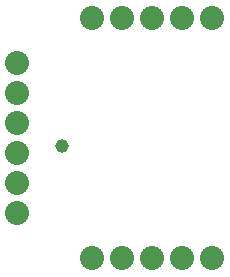
<source format=gbs>
G75*
G70*
%OFA0B0*%
%FSLAX24Y24*%
%IPPOS*%
%LPD*%
%AMOC8*
5,1,8,0,0,1.08239X$1,22.5*
%
%ADD10C,0.0800*%
%ADD11C,0.0456*%
D10*
X004646Y002665D03*
X005646Y002665D03*
X006646Y002665D03*
X007646Y002665D03*
X008646Y002665D03*
X002146Y004165D03*
X002146Y005165D03*
X002146Y006165D03*
X002146Y007165D03*
X002146Y008165D03*
X002146Y009165D03*
X004646Y010665D03*
X005646Y010665D03*
X006646Y010665D03*
X007646Y010665D03*
X008646Y010665D03*
D11*
X003636Y006415D03*
M02*

</source>
